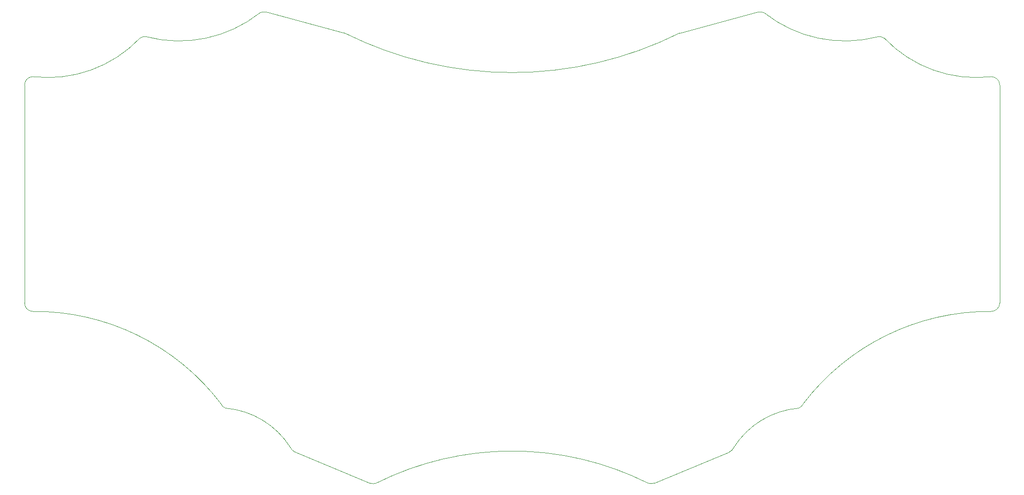
<source format=gbr>
%TF.GenerationSoftware,KiCad,Pcbnew,8.0.8-8.0.8-0~ubuntu22.04.1*%
%TF.CreationDate,2025-02-01T01:24:59+00:00*%
%TF.ProjectId,miniwing,6d696e69-7769-46e6-972e-6b696361645f,1*%
%TF.SameCoordinates,Original*%
%TF.FileFunction,Profile,NP*%
%FSLAX46Y46*%
G04 Gerber Fmt 4.6, Leading zero omitted, Abs format (unit mm)*
G04 Created by KiCad (PCBNEW 8.0.8-8.0.8-0~ubuntu22.04.1) date 2025-02-01 01:24:59*
%MOMM*%
%LPD*%
G01*
G04 APERTURE LIST*
%TA.AperFunction,Profile*%
%ADD10C,0.050000*%
%TD*%
G04 APERTURE END LIST*
D10*
X201935226Y-117366887D02*
G75*
G02*
X235530636Y-100870085I33294484J-25346963D01*
G01*
X64209363Y-100870187D02*
G75*
G02*
X97804689Y-117366950I300897J-41843713D01*
G01*
X193825308Y-47314623D02*
G75*
G02*
X194963523Y-47464499I388192J-1448877D01*
G01*
X237030636Y-99370087D02*
G75*
G02*
X235530636Y-100870136I-1500036J-13D01*
G01*
X179819384Y-51067500D02*
G75*
G02*
X119920614Y-51067499I-29949384J59898800D01*
G01*
X235530637Y-58870087D02*
G75*
G02*
X237030613Y-60370087I-37J-1500013D01*
G01*
X237030637Y-60370087D02*
X237030636Y-99370087D01*
X124452285Y-131586259D02*
X111056032Y-126037349D01*
X125600334Y-131586261D02*
G75*
G02*
X174139664Y-131586261I24269665J-48539327D01*
G01*
X175287713Y-131586259D02*
X188683966Y-126037350D01*
X193825308Y-47314623D02*
X179819385Y-51067501D01*
X105914690Y-47314623D02*
X119920614Y-51067499D01*
X215324769Y-51720268D02*
G75*
G02*
X194963573Y-47464429I-5924769J22489068D01*
G01*
X111056032Y-126037349D02*
G75*
G02*
X110244245Y-125225552I573868J1385649D01*
G01*
X83306298Y-52017402D02*
G75*
G02*
X84415228Y-51720268I913102J-1189898D01*
G01*
X189495763Y-125225545D02*
G75*
G02*
X188683968Y-126037353I-1385963J574145D01*
G01*
X62709361Y-60370088D02*
X62709362Y-99370087D01*
X64209362Y-100870087D02*
G75*
G02*
X62709313Y-99370087I-62J1499987D01*
G01*
X98616487Y-118178739D02*
G75*
G02*
X97804678Y-117366953I574013J1385839D01*
G01*
X175287713Y-131586259D02*
G75*
G02*
X174139668Y-131586251I-574013J1386059D01*
G01*
X215324769Y-51720267D02*
G75*
G02*
X216433693Y-52017411I195731J-1487333D01*
G01*
X98616482Y-118178804D02*
G75*
G02*
X110244218Y-125225567I-1232882J-15151096D01*
G01*
X201935305Y-117366946D02*
G75*
G02*
X201123504Y-118178723I-1386005J574246D01*
G01*
X235530637Y-58870087D02*
G75*
G02*
X216433705Y-52017398I-2695737J22523387D01*
G01*
X104776461Y-47464474D02*
G75*
G02*
X105914695Y-47314603I750039J-1299126D01*
G01*
X83306266Y-52017371D02*
G75*
G02*
X64209362Y-58870078I-16401166J15670571D01*
G01*
X104776397Y-47464392D02*
G75*
G02*
X84415229Y-51720260I-14436437J18233162D01*
G01*
X62709361Y-60370088D02*
G75*
G02*
X64209361Y-58870061I1500039J-12D01*
G01*
X125600334Y-131586260D02*
G75*
G02*
X124452282Y-131586267I-574034J1385860D01*
G01*
X189495707Y-125225522D02*
G75*
G02*
X201123509Y-118178717I12860693J-8104378D01*
G01*
M02*

</source>
